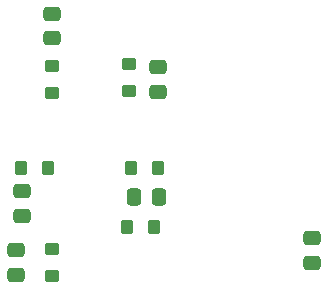
<source format=gbp>
G04 #@! TF.GenerationSoftware,KiCad,Pcbnew,7.0.7*
G04 #@! TF.CreationDate,2023-11-05T15:47:32+01:00*
G04 #@! TF.ProjectId,K_BF,4b5f4246-2e6b-4696-9361-645f70636258,rev?*
G04 #@! TF.SameCoordinates,Original*
G04 #@! TF.FileFunction,Paste,Bot*
G04 #@! TF.FilePolarity,Positive*
%FSLAX46Y46*%
G04 Gerber Fmt 4.6, Leading zero omitted, Abs format (unit mm)*
G04 Created by KiCad (PCBNEW 7.0.7) date 2023-11-05 15:47:32*
%MOMM*%
%LPD*%
G01*
G04 APERTURE LIST*
G04 Aperture macros list*
%AMRoundRect*
0 Rectangle with rounded corners*
0 $1 Rounding radius*
0 $2 $3 $4 $5 $6 $7 $8 $9 X,Y pos of 4 corners*
0 Add a 4 corners polygon primitive as box body*
4,1,4,$2,$3,$4,$5,$6,$7,$8,$9,$2,$3,0*
0 Add four circle primitives for the rounded corners*
1,1,$1+$1,$2,$3*
1,1,$1+$1,$4,$5*
1,1,$1+$1,$6,$7*
1,1,$1+$1,$8,$9*
0 Add four rect primitives between the rounded corners*
20,1,$1+$1,$2,$3,$4,$5,0*
20,1,$1+$1,$4,$5,$6,$7,0*
20,1,$1+$1,$6,$7,$8,$9,0*
20,1,$1+$1,$8,$9,$2,$3,0*%
G04 Aperture macros list end*
%ADD10RoundRect,0.250000X0.337500X0.475000X-0.337500X0.475000X-0.337500X-0.475000X0.337500X-0.475000X0*%
%ADD11RoundRect,0.250000X-0.350000X0.275000X-0.350000X-0.275000X0.350000X-0.275000X0.350000X0.275000X0*%
%ADD12RoundRect,0.250000X0.475000X-0.337500X0.475000X0.337500X-0.475000X0.337500X-0.475000X-0.337500X0*%
%ADD13RoundRect,0.250000X-0.475000X0.337500X-0.475000X-0.337500X0.475000X-0.337500X0.475000X0.337500X0*%
%ADD14RoundRect,0.250000X-0.275000X-0.350000X0.275000X-0.350000X0.275000X0.350000X-0.275000X0.350000X0*%
%ADD15RoundRect,0.250000X0.350000X-0.275000X0.350000X0.275000X-0.350000X0.275000X-0.350000X-0.275000X0*%
G04 APERTURE END LIST*
D10*
X155537500Y-70000000D03*
X153462500Y-70000000D03*
D11*
X146500000Y-74350000D03*
X146500000Y-76650000D03*
D12*
X146500000Y-56537500D03*
X146500000Y-54462500D03*
D13*
X144000000Y-69462500D03*
X144000000Y-71537500D03*
D14*
X143850000Y-67500000D03*
X146150000Y-67500000D03*
D11*
X146500000Y-58850000D03*
X146500000Y-61150000D03*
D14*
X153200000Y-67500000D03*
X155500000Y-67500000D03*
D12*
X168500000Y-75537500D03*
X168500000Y-73462500D03*
D13*
X155500000Y-58962500D03*
X155500000Y-61037500D03*
D12*
X143500000Y-76537500D03*
X143500000Y-74462500D03*
D15*
X153000000Y-61000000D03*
X153000000Y-58700000D03*
D14*
X152850000Y-72500000D03*
X155150000Y-72500000D03*
M02*

</source>
